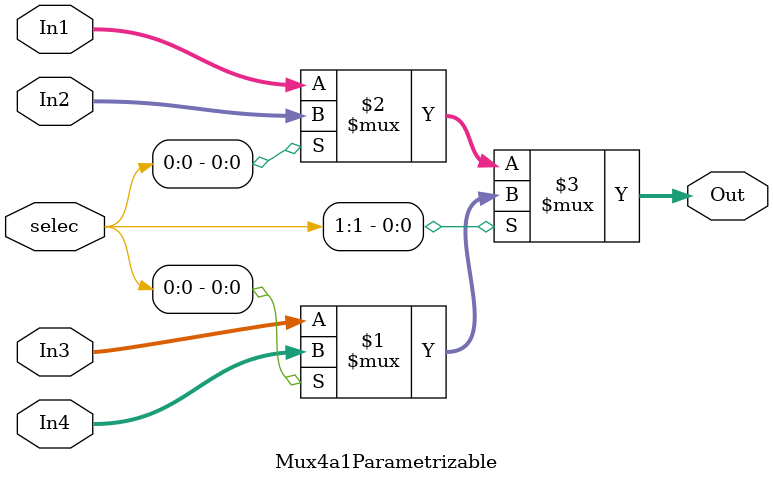
<source format=sv>
module Mux4a1Parametrizable #(parameter N=64)(
    input logic [N-1:0] In1,In2,In3,In4,
    input logic [1:0] selec,
    output logic [N-1:0] Out
    );
    
    assign Out = selec[1] ? (selec[0] ? In4:In3)
                          : (selec[0] ? In2:In1);
                          
endmodule
</source>
